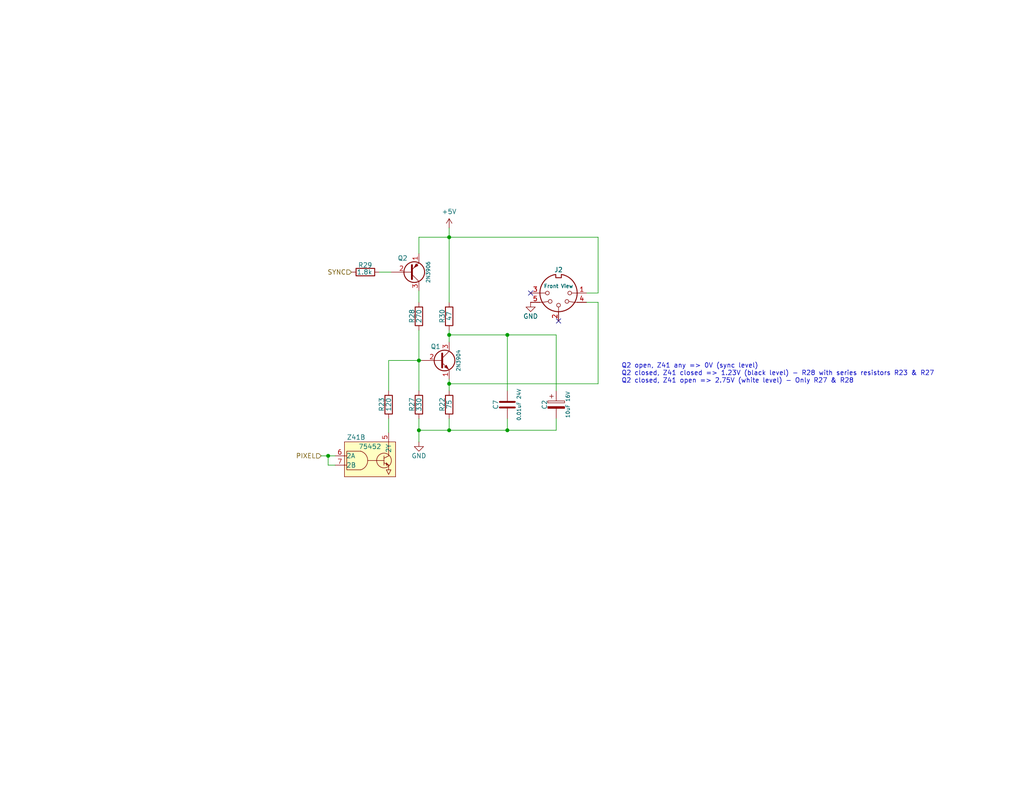
<source format=kicad_sch>
(kicad_sch (version 20231120) (generator "eeschema") (generator_version "8.0")
  (paper "USLetter")
  (title_block (title "TRS-80 Model I Rev A") (date "2024-11-20") (rev "E1A-A") (company "RetroStack - Marcel Erz") (comment 2 "Mixing circuit for sync and pixel data") (comment 4 "Video Mixer"))
  (lib_symbols
    (symbol "Connector:DIN-5_180degree" (pin_names (offset 1.016))
      (property "Reference" "J" (at 3.175 5.715 0))
      (property "Value" "DIN-5_180degree" (at 0 -6.35 0))
      (symbol "DIN-5_180degree_0_1"
        (arc (start -5.08 0) (mid -3.8609 -3.3364) (end -0.762 -5.08) (stroke (width 0.254)))
        (circle (center -3.048 0) (radius 0.508))
        (circle (center -2.286 2.286) (radius 0.508))
        (polyline (pts (xy -5.08 0) (xy -3.556 0)))
        (polyline (pts (xy 0 5.08) (xy 0 3.81)))
        (polyline (pts (xy 5.08 0) (xy 3.556 0)))
        (polyline (pts (xy -5.08 2.54) (xy -4.318 2.54) (xy -2.794 2.286)))
        (polyline (pts (xy 5.08 2.54) (xy 4.318 2.54) (xy 2.794 2.286)))
        (polyline (pts (xy -0.762 -4.953) (xy -0.762 -4.191) (xy 0.762 -4.191) (xy 0.762 -4.953)) (stroke (width 0.254)))
        (circle (center 0 3.302) (radius 0.508))
        (arc (start 0.762 -5.08) (mid 3.8685 -3.343) (end 5.08 0) (stroke (width 0.254)))
        (circle (center 2.286 2.286) (radius 0.508))
        (circle (center 3.048 0) (radius 0.508))
        (arc (start 5.08 0) (mid 0 5.0579) (end -5.08 0) (stroke (width 0.254)))
      )
      (symbol "DIN-5_180degree_1_1"
        (pin passive line (at -7.62 0 0) (length 2.54) (name "~") (number "1"))
        (pin passive line (at 0 7.62 270) (length 2.54) (name "~") (number "2"))
        (pin passive line (at 7.62 0 180) (length 2.54) (name "~") (number "3"))
        (pin passive line (at -7.62 2.54 0) (length 2.54) (name "~") (number "4"))
        (pin passive line (at 7.62 2.54 180) (length 2.54) (name "~") (number "5"))
      )
    )
    (symbol "Device:C" (pin_numbers hide) (pin_names (offset 0.254))
      (property "Reference" "C" (at 0.635 2.54 0))
      (property "Value" "C" (at 0.635 -2.54 0))
      (symbol "C_0_1"
        (polyline (pts (xy -2.032 -0.762) (xy 2.032 -0.762)) (stroke (width 0.508)))
        (polyline (pts (xy -2.032 0.762) (xy 2.032 0.762)) (stroke (width 0.508)))
      )
      (symbol "C_1_1"
        (pin passive line (at 0 3.81 270) (length 2.794) (name "~") (number "1"))
        (pin passive line (at 0 -3.81 90) (length 2.794) (name "~") (number "2"))
      )
    )
    (symbol "Device:C_Polarized" (pin_numbers hide) (pin_names (offset 0.254))
      (property "Reference" "C" (at 0.635 2.54 0))
      (property "Value" "C_Polarized" (at 0.635 -2.54 0))
      (symbol "C_Polarized_0_1"
        (rectangle (start -2.286 0.508) (end 2.286 1.016))
        (polyline (pts (xy -1.778 2.286) (xy -0.762 2.286)))
        (polyline (pts (xy -1.27 2.794) (xy -1.27 1.778)))
        (rectangle (start 2.286 -0.508) (end -2.286 -1.016) (fill (type outline)))
      )
      (symbol "C_Polarized_1_1"
        (pin passive line (at 0 3.81 270) (length 2.794) (name "~") (number "1"))
        (pin passive line (at 0 -3.81 90) (length 2.794) (name "~") (number "2"))
      )
    )
    (symbol "Device:R" (pin_numbers hide) (pin_names (offset 0))
      (property "Reference" "R" (at 2.032 0 90))
      (property "Value" "R" (at 0 0 90))
      (symbol "R_0_1"
        (rectangle (start -1.016 -2.54) (end 1.016 2.54) (stroke (width 0.254)))
      )
      (symbol "R_1_1"
        (pin passive line (at 0 3.81 270) (length 1.27) (name "~") (number "1"))
        (pin passive line (at 0 -3.81 90) (length 1.27) (name "~") (number "2"))
      )
    )
    (symbol "RetroStackLibrary:75452"
      (property "Reference" "U" (at 0 0 0))
      (property "Value" "75452" (at 0 -2.54 0))
      (symbol "75452_1_1"
        (rectangle (start -6.985 -1.27) (end 6.985 -10.795) (fill (type background)))
        (arc (start -2.54 -8.89) (mid -0.6393 -6.35) (end -2.54 -3.81))
        (circle (center -0.127 -6.35) (radius 0.5236))
        (polyline (pts (xy -6.35 -7.62) (xy -6.985 -7.62)))
        (polyline (pts (xy -6.35 -5.08) (xy -6.985 -5.08)))
        (polyline (pts (xy 0.381 -6.35) (xy 1.905 -6.35)))
        (polyline (pts (xy 3.81 -6.985) (xy 5.08 -7.62)))
        (polyline (pts (xy 3.81 -6.35) (xy 1.905 -6.35)))
        (polyline (pts (xy 3.81 -5.715) (xy 5.08 -5.08)))
        (polyline (pts (xy 3.81 -5.08) (xy 3.81 -7.62)))
        (polyline (pts (xy 4.445 -6.985) (xy 4.445 -7.62)))
        (polyline (pts (xy 5.08 -7.62) (xy 4.445 -7.62)))
        (polyline (pts (xy 5.08 -7.62) (xy 4.445 -6.985)))
        (polyline (pts (xy 5.08 -7.62) (xy 5.08 -8.89)))
        (polyline (pts (xy 5.08 -5.08) (xy 5.08 -1.27)))
        (polyline (pts (xy -2.54 -8.89) (xy -6.35 -8.89) (xy -6.35 -3.81) (xy -2.54 -3.81)))
        (polyline (pts (xy 4.445 -8.89) (xy 5.715 -8.89) (xy 5.08 -10.16) (xy 4.445 -8.89)))
        (circle (center 3.81 -6.35) (radius 2.008))
        (pin input line (at -9.525 -5.08 0) (length 2.54) (name "1A") (number "1"))
        (pin input line (at -9.525 -7.62 0) (length 2.54) (name "1B") (number "2"))
        (pin passive line (at 5.08 1.27 270) (length 2.54) (name "1Y") (number "3"))
      )
      (symbol "75452_2_1"
        (rectangle (start -6.985 -1.27) (end 6.985 -10.795) (fill (type background)))
        (arc (start -2.54 -8.89) (mid -0.6393 -6.35) (end -2.54 -3.81))
        (polyline (pts (xy -6.35 -7.62) (xy -6.985 -7.62)))
        (polyline (pts (xy -6.35 -5.08) (xy -6.985 -5.08)))
        (polyline (pts (xy -0.635 -6.35) (xy 1.905 -6.35)))
        (polyline (pts (xy 3.81 -6.985) (xy 5.08 -7.62)))
        (polyline (pts (xy 3.81 -6.35) (xy 1.905 -6.35)))
        (polyline (pts (xy 3.81 -5.715) (xy 5.08 -5.08)))
        (polyline (pts (xy 3.81 -5.08) (xy 3.81 -7.62)))
        (polyline (pts (xy 4.445 -6.985) (xy 4.445 -7.62)))
        (polyline (pts (xy 5.08 -7.62) (xy 4.445 -7.62)))
        (polyline (pts (xy 5.08 -7.62) (xy 4.445 -6.985)))
        (polyline (pts (xy 5.08 -7.62) (xy 5.08 -8.89)))
        (polyline (pts (xy 5.08 -5.08) (xy 5.08 -1.27)))
        (polyline (pts (xy -2.54 -8.89) (xy -6.35 -8.89) (xy -6.35 -3.81) (xy -2.54 -3.81)))
        (polyline (pts (xy 4.445 -8.89) (xy 5.715 -8.89) (xy 5.08 -10.16) (xy 4.445 -8.89)))
        (circle (center 3.81 -6.35) (radius 2.008))
        (pin passive line (at 5.08 1.27 270) (length 2.54) (name "2Y") (number "5"))
        (pin input line (at -9.525 -5.08 0) (length 2.54) (name "2A") (number "6"))
        (pin input line (at -9.525 -7.62 0) (length 2.54) (name "2B") (number "7"))
      )
      (symbol "75452_3_1"
        (rectangle (start -6.985 -1.27) (end 3.175 -16.51) (fill (type background)))
        (pin passive line (at -1.905 -19.05 90) (length 2.54) (name "GND") (number "4"))
        (pin passive line (at -1.905 1.27 270) (length 2.54) (name "VCC") (number "8"))
      )
    )
    (symbol "Transistor_BJT:2N3904" (pin_names (offset 0) hide)
      (property "Reference" "Q" (at 5.08 1.905 0))
      (property "Value" "2N3904" (at 5.08 0 0))
      (symbol "2N3904_0_1"
        (polyline (pts (xy 0.635 0.635) (xy 2.54 2.54)))
        (polyline (pts (xy 0.635 -0.635) (xy 2.54 -2.54) (xy 2.54 -2.54)))
        (polyline (pts (xy 0.635 1.905) (xy 0.635 -1.905) (xy 0.635 -1.905)) (stroke (width 0.508)))
        (polyline (pts (xy 1.27 -1.778) (xy 1.778 -1.27) (xy 2.286 -2.286) (xy 1.27 -1.778) (xy 1.27 -1.778)) (fill (type outline)))
        (circle (center 1.27 0) (radius 2.8194) (stroke (width 0.254)))
      )
      (symbol "2N3904_1_1"
        (pin passive line (at 2.54 -5.08 90) (length 2.54) (name "E") (number "1"))
        (pin passive line (at -5.08 0 0) (length 5.715) (name "B") (number "2"))
        (pin passive line (at 2.54 5.08 270) (length 2.54) (name "C") (number "3"))
      )
    )
    (symbol "Transistor_BJT:2N3906" (pin_names (offset 0) hide)
      (property "Reference" "Q" (at 5.08 1.905 0))
      (property "Value" "2N3906" (at 5.08 0 0))
      (symbol "2N3906_0_1"
        (polyline (pts (xy 0.635 0.635) (xy 2.54 2.54)))
        (polyline (pts (xy 0.635 -0.635) (xy 2.54 -2.54) (xy 2.54 -2.54)))
        (polyline (pts (xy 0.635 1.905) (xy 0.635 -1.905) (xy 0.635 -1.905)) (stroke (width 0.508)))
        (polyline (pts (xy 2.286 -1.778) (xy 1.778 -2.286) (xy 1.27 -1.27) (xy 2.286 -1.778) (xy 2.286 -1.778)) (fill (type outline)))
        (circle (center 1.27 0) (radius 2.8194) (stroke (width 0.254)))
      )
      (symbol "2N3906_1_1"
        (pin passive line (at 2.54 -5.08 90) (length 2.54) (name "E") (number "1"))
        (pin input line (at -5.08 0 0) (length 5.715) (name "B") (number "2"))
        (pin passive line (at 2.54 5.08 270) (length 2.54) (name "C") (number "3"))
      )
    )
    (symbol "power:+5V" (power) (pin_numbers hide) (pin_names (offset 0) hide)
      (property "Value" "+5V" (at 0 3.556 0))
      (symbol "+5V_0_1"
        (polyline (pts (xy -0.762 1.27) (xy 0 2.54)))
        (polyline (pts (xy 0 0) (xy 0 2.54)))
        (polyline (pts (xy 0 2.54) (xy 0.762 1.27)))
      )
      (symbol "+5V_1_1"
        (pin power_in line (at 0 0 90) (length 0) (name "~") (number "1"))
      )
    )
    (symbol "power:GND" (power) (pin_numbers hide) (pin_names (offset 0) hide)
      (property "Value" "GND" (at 0 -3.81 0))
      (symbol "GND_0_1"
        (polyline (pts (xy 0 0) (xy 0 -1.27) (xy 1.27 -1.27) (xy 0 -2.54) (xy -1.27 -1.27) (xy 0 -1.27)))
      )
      (symbol "GND_1_1"
        (pin power_in line (at 0 0 270) (length 0) (name "~") (number "1"))
      )
    )
  )
  (junction (at 138.43 117.475))
  (junction (at 122.555 104.775))
  (junction (at 122.555 91.44))
  (junction (at 122.555 64.77))
  (junction (at 114.3 117.475))
  (junction (at 138.43 91.44))
  (junction (at 122.555 117.475))
  (junction (at 89.535 124.46))
  (junction (at 114.3 98.425))
  (no_connect (at 152.4 87.63))
  (no_connect (at 144.78 80.01))
  (wire (pts (xy 114.3 79.375) (xy 114.3 82.55)))
  (wire (pts (xy 89.535 127) (xy 89.535 124.46)))
  (wire (pts (xy 163.195 80.01) (xy 163.195 64.77)))
  (wire (pts (xy 114.3 98.425) (xy 114.935 98.425)))
  (wire (pts (xy 103.505 74.295) (xy 106.68 74.295)))
  (wire (pts (xy 122.555 104.775) (xy 122.555 106.68)))
  (wire (pts (xy 91.44 127) (xy 89.535 127)))
  (wire (pts (xy 163.195 82.55) (xy 163.195 104.775)))
  (wire (pts (xy 122.555 117.475) (xy 114.3 117.475)))
  (wire (pts (xy 151.765 106.68) (xy 151.765 91.44)))
  (wire (pts (xy 114.3 90.17) (xy 114.3 98.425)))
  (wire (pts (xy 89.535 124.46) (xy 91.44 124.46)))
  (wire (pts (xy 160.02 80.01) (xy 163.195 80.01)))
  (wire (pts (xy 122.555 104.775) (xy 163.195 104.775)))
  (wire (pts (xy 114.3 69.215) (xy 114.3 64.77)))
  (wire (pts (xy 163.195 64.77) (xy 122.555 64.77)))
  (wire (pts (xy 151.765 114.3) (xy 151.765 117.475)))
  (wire (pts (xy 138.43 117.475) (xy 122.555 117.475)))
  (wire (pts (xy 114.3 64.77) (xy 122.555 64.77)))
  (wire (pts (xy 138.43 114.3) (xy 138.43 117.475)))
  (wire (pts (xy 122.555 90.17) (xy 122.555 91.44)))
  (wire (pts (xy 151.765 117.475) (xy 138.43 117.475)))
  (wire (pts (xy 122.555 91.44) (xy 122.555 93.345)))
  (wire (pts (xy 106.045 98.425) (xy 114.3 98.425)))
  (wire (pts (xy 122.555 64.77) (xy 122.555 82.55)))
  (wire (pts (xy 138.43 106.68) (xy 138.43 91.44)))
  (wire (pts (xy 114.3 117.475) (xy 114.3 120.65)))
  (wire (pts (xy 151.765 91.44) (xy 138.43 91.44)))
  (wire (pts (xy 122.555 103.505) (xy 122.555 104.775)))
  (wire (pts (xy 122.555 114.3) (xy 122.555 117.475)))
  (wire (pts (xy 122.555 62.23) (xy 122.555 64.77)))
  (wire (pts (xy 106.045 114.3) (xy 106.045 118.11)))
  (wire (pts (xy 106.045 106.68) (xy 106.045 98.425)))
  (wire (pts (xy 114.3 114.3) (xy 114.3 117.475)))
  (wire (pts (xy 87.63 124.46) (xy 89.535 124.46)))
  (wire (pts (xy 114.3 98.425) (xy 114.3 106.68)))
  (wire (pts (xy 138.43 91.44) (xy 122.555 91.44)))
  (wire (pts (xy 160.02 82.55) (xy 163.195 82.55)))
  (text "Q2 open, Z41 any => 0V (sync level)\nQ2 closed, Z41 closed => 1.23V (black level) - R28 with series resistors R23 & R27\nQ2 closed, Z41 open => 2.75V (white level) - Only R27 & R28" (at 169.545 104.775 0) (effects (font (size 1.27 1.27)) (justify left bottom)))
  (hierarchical_label "PIXEL" (shape input) (at 87.63 124.46 180))
  (hierarchical_label "SYNC" (shape input) (at 95.885 74.295 180))
  (symbol (lib_id "Transistor_BJT:2N3904") (at 120.015 98.425 0) (unit 1)
    (property "Reference" "Q1" (at 117.475 94.615 0) (effects (justify left)))
    (property "Value" "2N3904" (at 125.095 98.425 90) (effects (font (size 1 1))))
    (property "Footprint" "RetroStackLibrary:TRS80_Model_I_Q_Circle_EBC" (effects (hide yes)))
    (property "Datasheet" "https://www.onsemi.com/pub/Collateral/2N3903-D.PDF" (effects (hide yes)))
  )
  (symbol (lib_id "Device:R") (at 114.3 86.36 0) (unit 1)
    (property "Reference" "R28" (at 112.395 88.265 90) (effects (justify left)))
    (property "Value" "270" (at 114.3 88.265 90) (effects (justify left)))
    (property "Footprint" "RetroStackLibrary:TRS80_Model_I_R_0.25W" (effects (hide yes)))
  )
  (symbol (lib_id "Device:C_Polarized") (at 151.765 110.49 0) (unit 1)
    (property "Reference" "C2" (at 148.59 110.49 90))
    (property "Value" "10uF 16V" (at 154.94 110.49 90) (effects (font (size 1 1))))
    (property "Footprint" "RetroStackLibrary:TRS80_Model_I_C_Pol_Radial_5D_2.5P" (effects (hide yes)))
  )
  (symbol (lib_id "Device:R") (at 122.555 86.36 0) (unit 1)
    (property "Reference" "R30" (at 120.65 88.265 90) (effects (justify left)))
    (property "Value" "47" (at 122.555 87.63 90) (effects (justify left)))
    (property "Footprint" "RetroStackLibrary:TRS80_Model_I_R_0.25W" (effects (hide yes)))
  )
  (symbol (lib_id "Device:R") (at 122.555 110.49 0) (unit 1)
    (property "Reference" "R22" (at 120.65 112.395 90) (effects (justify left)))
    (property "Value" "75" (at 122.555 111.76 90) (effects (justify left)))
    (property "Footprint" "RetroStackLibrary:TRS80_Model_I_R_0.25W" (effects (hide yes)))
  )
  (symbol (lib_id "power:GND") (at 144.78 82.55 0) (unit 1)
    (property "Reference" "#PWR02" (effects (hide yes)))
    (property "Value" "GND" (at 144.78 86.36 0))
    (property "Description" "Power symbol creates a global label with name \"GND\" , ground" (effects (hide yes)))
    (instances (project "Replica" (path "" (reference "#PWR02") (unit 1))) (project "TRS80_Model_I_G_E1" (path "" (reference "#PWR068") (unit 1))))
  )
  (symbol (lib_id "Connector:DIN-5_180degree") (at 152.4 80.01 180) (unit 1)
    (property "Reference" "J2" (at 152.4 73.66 0))
    (property "Value" "Front View" (at 152.4 78.105 0) (effects (font (size 1 1))))
    (property "Footprint" "RetroStackLibrary:TRS80_Model_I_DIN5" (effects (hide yes)))
    (property "Datasheet" "http://www.mouser.com/ds/2/18/40_c091_abd_e-75918.pdf" (effects (hide yes)))
  )
  (symbol (lib_id "Device:R") (at 106.045 110.49 0) (unit 1)
    (property "Reference" "R23" (at 104.14 112.395 90) (effects (justify left)))
    (property "Value" "120" (at 106.045 112.395 90) (effects (justify left)))
    (property "Footprint" "RetroStackLibrary:TRS80_Model_I_R_0.25W" (effects (hide yes)))
  )
  (symbol (lib_id "Device:C") (at 138.43 110.49 0) (unit 1)
    (property "Reference" "C7" (at 135.255 110.49 90))
    (property "Value" "0.01uF 24V" (at 141.605 110.49 90) (effects (font (size 1 1))))
    (property "Footprint" "RetroStackLibrary:TRS80_Model_I_C_Disc_9.5L_4W_6P_Small" (effects (hide yes)))
  )
  (symbol (lib_id "Device:R") (at 114.3 110.49 0) (unit 1)
    (property "Reference" "R27" (at 112.395 112.395 90) (effects (justify left)))
    (property "Value" "330" (at 114.3 112.395 90) (effects (justify left)))
    (property "Footprint" "RetroStackLibrary:TRS80_Model_I_R_0.25W" (effects (hide yes)))
  )
  (symbol (lib_id "power:GND") (at 114.3 120.65 0) (unit 1)
    (property "Reference" "#PWR02" (effects (hide yes)))
    (property "Value" "GND" (at 114.3 124.46 0))
    (property "Description" "Power symbol creates a global label with name \"GND\" , ground" (effects (hide yes)))
    (instances (project "Replica" (path "" (reference "#PWR02") (unit 1))) (project "TRS80_Model_I_G_E1" (path "" (reference "#PWR066") (unit 1))))
  )
  (symbol (lib_id "Transistor_BJT:2N3906") (at 111.76 74.295 0) (mirror x) (unit 1)
    (property "Reference" "Q2" (at 109.855 70.485 0))
    (property "Value" "2N3906" (at 116.84 74.295 90) (effects (font (size 1 1))))
    (property "Footprint" "RetroStackLibrary:TRS80_Model_I_Q_Circle_EBC" (effects (hide yes)))
    (property "Datasheet" "https://www.onsemi.com/pub/Collateral/2N3906-D.PDF" (effects (hide yes)))
  )
  (symbol (lib_id "power:+5V") (at 122.555 62.23 0) (unit 1)
    (property "Reference" "#PWR01" (effects (hide yes)))
    (property "Value" "+5V" (at 122.555 57.785 0))
    (property "Description" "Power symbol creates a global label with name \"+5V\"" (effects (hide yes)))
    (instances (project "Replica" (path "" (reference "#PWR01") (unit 1))) (project "TRS80_Model_I_G_E1" (path "" (reference "#PWR067") (unit 1))))
  )
  (symbol (lib_id "Device:R") (at 99.695 74.295 90) (unit 1)
    (property "Reference" "R29" (at 101.6 72.39 90) (effects (justify left)))
    (property "Value" "1.8k" (at 101.6 74.295 90) (effects (justify left)))
    (property "Footprint" "RetroStackLibrary:TRS80_Model_I_R_0.25W" (effects (hide yes)))
  )
  (symbol (lib_id "RetroStackLibrary:75452") (at 100.965 119.38 0) (unit 2)
    (property "Reference" "Z41" (at 94.615 119.38 0) (effects (justify left)))
    (property "Value" "75452" (at 97.79 121.92 0) (effects (justify left)))
    (property "Footprint" "RetroStackLibrary:TRS80_Model_I_DIP8" (effects (hide yes)))
    (property "Datasheet" "https://www.ti.com/lit/ds/symlink/sn75452b.pdf" (effects (hide yes)))
  )
)
</source>
